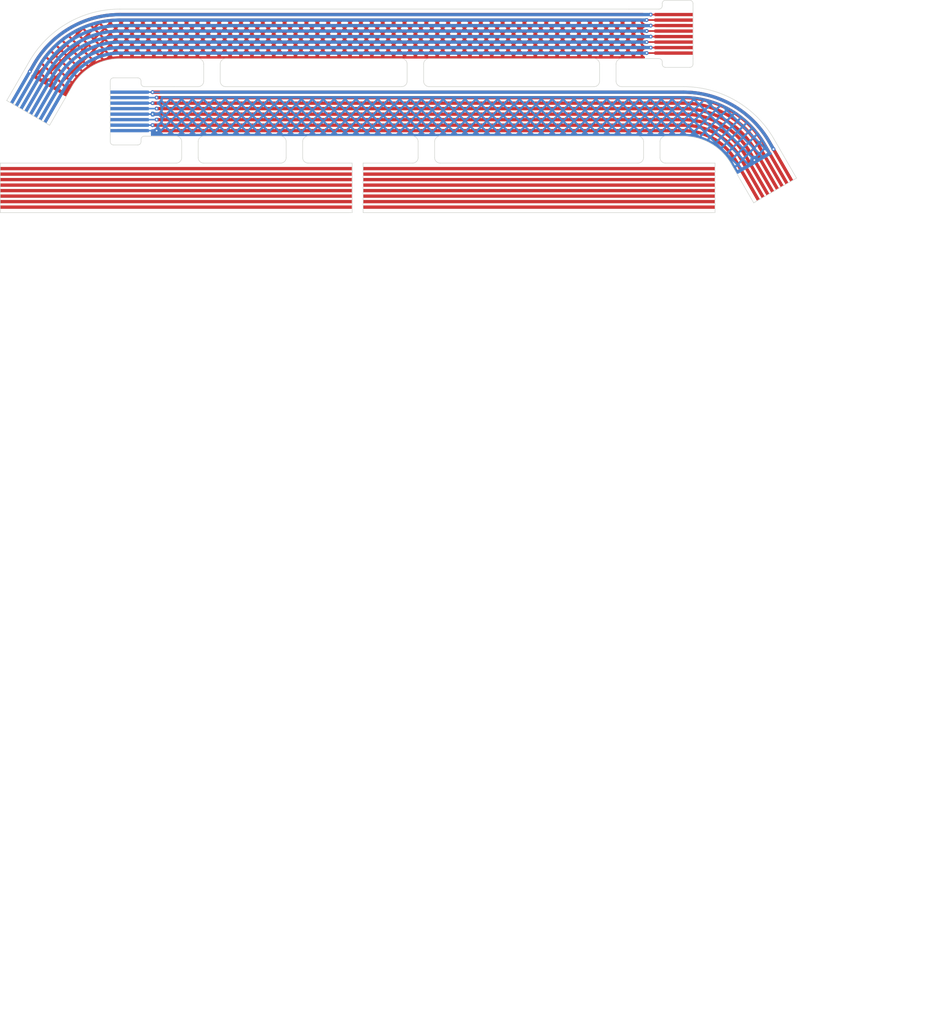
<source format=kicad_pcb>
(kicad_pcb (version 20241229) (generator "pcbnew") (generator_version "9.0")
  (layers (0 "F.Cu" signal) (2 "B.Cu" signal) (13 "F.Paste" user) (15 "B.Paste" user) (5 "F.SilkS" user "F.Silkscreen") (7 "B.SilkS" user "B.Silkscreen") (1 "F.Mask" user) (3 "B.Mask" user) (25 "Edge.Cuts" user))
  (net 0 "")
  (net 1 "GND")
  (net 2 "+5V")
  (net 3 "SWDIO")
  (net 4 "RST")
  (net 5 "SWCLK")
  (net 6 "RX")
  (net 7 "TX")
  (net 8 "+3V3")
  (gr_poly (pts (xy 147.128349 54.95) (xy 99.207497 54.951445) (xy 99.207497 54.651445) (xy 147.128349 54.65)) (fill yes) (layer "F.Cu") (net 4))
  (gr_poly (pts (xy 153.320431 56.725) (xy 155.377055 60.287178) (xy 155.117248 60.437178) (xy 153.060623 56.875) (xy 153.190527 56.8)) (fill yes) (layer "F.Cu") (net 1))
  (gr_poly (pts (xy 148 45.9) (xy 147.999999 45.6) (xy 144.49739 45.598493) (xy 144.49739 45.898493)) (fill yes) (layer "F.Cu") (net 6))
  (gr_rect (start 118 60.1) (end 150 60.4) (fill yes) (layer "F.Cu"))
  (gr_poly (pts (xy 147.999999 46.9) (xy 148 46.6) (xy 144.49739 46.598493) (xy 144.49739 46.898493)) (fill yes) (layer "F.Cu") (net 5))
  (gr_poly (pts (xy 153.493636 56.625) (xy 155.55026 60.187178) (xy 155.810068 60.037178) (xy 153.753444 56.475)) (fill yes) (layer "F.Cu") (net 6))
  (gr_rect (start 85 61.4) (end 117 61.1) (fill yes) (layer "F.Cu"))
  (gr_rect (start 118 61.6) (end 150 61.9) (fill yes) (layer "F.Cu"))
  (gr_poly (pts (xy 98.779568 51.45025) (xy 98.779568 51.15025) (xy 147.128349 51.15) (xy 147.12835 51.45)) (fill yes) (layer "F.Cu") (net 2))
  (gr_poly (pts (xy 147.999999 45.4) (xy 148 45.099999) (xy 144.49739 45.098493) (xy 144.49739 45.398494)) (fill yes) (layer "F.Cu") (net 7))
  (gr_rect (start 118 60.6) (end 150 60.9) (fill yes) (layer "F.Cu"))
  (gr_poly (pts (xy 99.229817 51.650106) (xy 99.229818 51.950106) (xy 147.128349 51.95) (xy 147.12835 51.65)) (fill yes) (layer "F.Cu") (net 8))
  (gr_rect (start 85 60.4) (end 117 60.1) (fill yes) (layer "F.Cu"))
  (gr_rect (start 85 58.4) (end 117 58.1) (fill yes) (layer "F.Cu"))
  (gr_poly (pts (xy 148 44.4) (xy 147.999999 44.1) (xy 144.49739 44.098494) (xy 144.49739 44.398493)) (fill yes) (layer "F.Cu") (net 2))
  (gr_poly (pts (xy 152.194598 57.375) (xy 154.251222 60.937178) (xy 154.51103 60.787178) (xy 152.454405 57.225) (xy 152.324502 57.3)) (fill yes) (layer "F.Cu") (net 3))
  (gr_rect (start 118 61.1) (end 150 61.4) (fill yes) (layer "F.Cu"))
  (gr_poly (pts (xy 88.207325 48.824999) (xy 87.800701 49.529293) (xy 87.540893 49.379293) (xy 87.947518 48.674999)) (fill yes) (layer "F.Cu") (net 2))
  (gr_arc (start 147.128349 52.3) (mid 151.128348 53.371797) (end 154.056552 56.3) (stroke (width 0.3)) (layer "F.Cu") (net 7))
  (gr_poly (pts (xy 143.458855 44.399339) (xy 143.524013 44.323506) (xy 143.521487 44.177798) (xy 143.458855 44.09934) (xy 95.87165 44.099999) (xy 95.87165 44.4)) (fill yes) (layer "F.Cu") (net 2))
  (gr_poly (pts (xy 154.792674 55.875) (xy 156.849299 59.437178) (xy 157.109106 59.287178) (xy 155.052482 55.725)) (fill yes) (layer "F.Cu") (net 2))
  (gr_arc (start 147.12835 53.3) (mid 150.628349 54.237823) (end 153.190527 56.8) (stroke (width 0.3)) (layer "F.Cu") (net 1))
  (gr_poly (pts (xy 147.128349 52.45) (xy 98.775238 52.45275) (xy 98.775237 52.15275) (xy 147.128349 52.15)) (fill yes) (layer "F.Cu") (net 7))
  (gr_poly (pts (xy 99.193837 52.647785) (xy 99.193837 52.947785) (xy 147.12835 52.95) (xy 147.128349 52.65)) (fill yes) (layer "F.Cu") (net 6))
  (gr_rect (start 118 59.6) (end 150 59.9) (fill yes) (layer "F.Cu"))
  (gr_rect (start 85 58.9) (end 117 58.6) (fill yes) (layer "F.Cu"))
  (gr_poly (pts (xy 144.497391 47.598492) (xy 144.49739 47.898493) (xy 148 47.9) (xy 148 47.6)) (fill yes) (layer "F.Cu") (net 4))
  (gr_rect (start 118 59.1) (end 150 59.4) (fill yes) (layer "F.Cu"))
  (gr_poly (pts (xy 152.021395 57.475003) (xy 154.078017 61.037178) (xy 153.81821 61.187178) (xy 151.761585 57.625) (xy 152.021393 57.475)) (fill yes) (layer "F.Cu") (net 4))
  (gr_arc (start 147.128349 51.8) (mid 151.378348 52.938785) (end 154.489565 56.05) (stroke (width 0.3)) (layer "F.Cu") (net 8))
  (gr_poly (pts (xy 147.128349 53.45) (xy 98.768408 53.45092) (xy 98.768407 53.150919) (xy 147.12835 53.15)) (fill yes) (layer "F.Cu") (net 1))
  (gr_rect (start 85 59.4) (end 117 59.1) (fill yes) (layer "F.Cu"))
  (gr_arc (start 147.128349 52.8) (mid 150.878349 53.80481) (end 153.62354 56.55) (stroke (width 0.3)) (layer "F.Cu") (net 6))
  (gr_rect (start 85 60.9) (end 117 60.6) (fill yes) (layer "F.Cu"))
  (gr_rect (start 85 59.9) (end 117 59.6) (fill yes) (layer "F.Cu"))
  (gr_rect (start 118 58.1) (end 150 58.4) (fill yes) (layer "F.Cu"))
  (gr_arc (start 147.12835 51.3) (mid 151.628349 52.505772) (end 154.922578 55.8) (stroke (width 0.3)) (layer "F.Cu") (net 2))
  (gr_poly (pts (xy 154.619469 55.975) (xy 154.359661 56.125) (xy 156.416286 59.687178) (xy 156.676093 59.537178)) (fill yes) (layer "F.Cu") (net 8))
  (gr_arc (start 88.077422 48.749999) (mid 91.371651 45.455771) (end 95.87165 44.249999) (stroke (width 0.3)) (layer "F.Cu") (net 2))
  (gr_poly (pts (xy 148 46.1) (xy 144.49739 46.098493) (xy 144.49739 46.398493) (xy 148 46.399999)) (fill yes) (layer "F.Cu") (net 1))
  (gr_rect (start 118 58.6) (end 150 58.9) (fill yes) (layer "F.Cu"))
  (gr_poly (pts (xy 144.49739 44.898493) (xy 147.999999 44.9) (xy 148 44.6) (xy 144.49739 44.598493)) (fill yes) (layer "F.Cu") (net 8))
  (gr_poly (pts (xy 154.944043 60.537178) (xy 152.887418 56.975) (xy 152.757514 57.05) (xy 152.627611 57.125) (xy 154.684235 60.687178)) (fill yes) (layer "F.Cu") (net 5))
  (gr_poly (pts (xy 144.49489 47.402823) (xy 148 47.4) (xy 147.999999 47.1) (xy 144.49489 47.102823)) (fill yes) (layer "F.Cu") (net 3))
  (gr_arc (start 147.128349 54.3) (mid 150.128348 55.103848) (end 152.324502 57.299999) (stroke (width 0.3)) (layer "F.Cu") (net 3))
  (gr_poly (pts (xy 147.128349 53.95) (xy 99.218658 53.950776) (xy 99.218657 53.650775) (xy 147.128349 53.65)) (fill yes) (layer "F.Cu") (net 5))
  (gr_arc (start 147.12835 54.8) (mid 149.87835 55.536862) (end 151.891491 57.550003) (stroke (width 0.3)) (layer "F.Cu") (net 4))
  (gr_rect (start 85 61.9) (end 117 61.6) (fill yes) (layer "F.Cu"))
  (gr_poly (pts (xy 147.128349 54.15) (xy 98.772738 54.14842) (xy 98.772738 54.448419) (xy 147.12835 54.45)) (fill yes) (layer "F.Cu") (net 3))
  (gr_arc (start 147.128349 53.8) (mid 150.378348 54.670835) (end 152.757514 57.05) (stroke (width 0.3)) (layer "F.Cu") (net 5))
  (gr_poly (pts (xy 154.186456 56.225) (xy 153.926649 56.375) (xy 155.983273 59.937178) (xy 156.243081 59.787178)) (fill yes) (layer "F.Cu") (net 7))
  (gr_poly (pts (xy 95 53.15) (xy 98.502609 53.148493) (xy 98.502609 53.448494) (xy 95 53.45)) (fill yes) (layer "B.Cu") (net 1))
  (gr_poly (pts (xy 143.770183 44.600105) (xy 143.770182 44.900105) (xy 95.87165 44.899999) (xy 95.87165 44.6)) (fill yes) (layer "B.Cu") (net 8))
  (gr_poly (pts (xy 95.87165 45.399999) (xy 144.224762 45.40275) (xy 144.224763 45.10275) (xy 95.87165 45.099999)) (fill yes) (layer "B.Cu") (net 7))
  (gr_poly (pts (xy 99.541145 51.449339) (xy 99.475987 51.373507) (xy 99.478513 51.227798) (xy 99.541145 51.14934) (xy 147.128349 51.15) (xy 147.12835 51.45)) (fill yes) (layer "B.Cu") (net 2))
  (gr_poly (pts (xy 95 53.950001) (xy 95 53.65) (xy 98.502609 53.648494) (xy 98.50261 53.948494)) (fill yes) (layer "B.Cu") (net 5))
  (gr_poly (pts (xy 88.380531 48.925) (xy 88.640338 49.074999) (xy 86.583714 52.637178) (xy 86.323906 52.487177)) (fill yes) (layer "B.Cu") (net 8))
  (gr_arc (start 88.943447 49.249999) (mid 91.87165 46.321796) (end 95.87165 45.249999) (stroke (width 0.3)) (layer "B.Cu") (net 7))
  (gr_poly (pts (xy 95.87165 46.399999) (xy 144.231592 46.400919) (xy 144.231592 46.100918) (xy 95.87165 46.099999)) (fill yes) (layer "B.Cu") (net 1))
  (gr_arc (start 89.37646 49.499999) (mid 92.121651 46.754809) (end 95.87165 45.749999) (stroke (width 0.3)) (layer "B.Cu") (net 6))
  (gr_poly (pts (xy 95 51.45) (xy 95 51.150001) (xy 98.50261 51.148494) (xy 98.502609 51.448494)) (fill yes) (layer "B.Cu") (net 2))
  (gr_poly (pts (xy 88.813543 49.174999) (xy 89.073351 49.324999) (xy 87.016726 52.887177) (xy 86.756919 52.737177)) (fill yes) (layer "B.Cu") (net 7))
  (gr_poly (pts (xy 95.87165 46.899999) (xy 143.781342 46.900775) (xy 143.781342 46.600775) (xy 95.87165 46.599999)) (fill yes) (layer "B.Cu") (net 5))
  (gr_poly (pts (xy 144.220432 44.400249) (xy 144.220431 44.100249) (xy 95.87165 44.099999) (xy 95.87165 44.4)) (fill yes) (layer "B.Cu") (net 2))
  (gr_arc (start 90.242485 49.999999) (mid 92.62165 47.620834) (end 95.87165 46.749999) (stroke (width 0.3)) (layer "B.Cu") (net 5))
  (gr_poly (pts (xy 95 52.95) (xy 95 52.650001) (xy 98.50261 52.648494) (xy 98.502609 52.948494)) (fill yes) (layer "B.Cu") (net 6))
  (gr_arc (start 88.510434 48.999999) (mid 91.62165 45.888783) (end 95.87165 44.749999) (stroke (width 0.3)) (layer "B.Cu") (net 8))
  (gr_poly (pts (xy 90.978605 50.425003) (xy 88.921982 53.987177) (xy 89.18179 54.137177) (xy 91.238414 50.574999) (xy 90.978607 50.424999)) (fill yes) (layer "B.Cu") (net 4))
  (gr_poly (pts (xy 98.502609 51.948494) (xy 95 51.95) (xy 95 51.65) (xy 98.502609 51.648494)) (fill yes) (layer "B.Cu") (net 8))
  (gr_arc (start 89.809472 49.749999) (mid 92.37165 47.187821) (end 95.87165 46.25) (stroke (width 0.3)) (layer "B.Cu") (net 1))
  (gr_poly (pts (xy 154.792674 55.875) (xy 155.199299 56.579294) (xy 155.459106 56.429294) (xy 155.052482 55.725)) (fill yes) (layer "B.Cu") (net 2))
  (gr_poly (pts (xy 143.806163 45.597784) (xy 143.806163 45.897785) (xy 95.87165 45.9) (xy 95.87165 45.599999)) (fill yes) (layer "B.Cu") (net 6))
  (gr_poly (pts (xy 89.679569 49.674999) (xy 87.622944 53.237177) (xy 87.882752 53.387177) (xy 89.939376 49.824999) (xy 89.809472 49.749999)) (fill yes) (layer "B.Cu") (net 1))
  (gr_poly (pts (xy 88.055957 53.487177) (xy 90.112581 49.924999) (xy 90.242485 49.999999) (xy 90.372389 50.074999) (xy 88.315764 53.637177)) (fill yes) (layer "B.Cu") (net 5))
  (gr_arc (start 88.077422 48.749999) (mid 91.371651 45.455771) (end 95.87165 44.249999) (stroke (width 0.3)) (layer "B.Cu") (net 2))
  (gr_poly (pts (xy 98.505109 54.452824) (xy 95 54.45) (xy 95 54.15) (xy 98.50511 54.152824)) (fill yes) (layer "B.Cu") (net 3))
  (gr_poly (pts (xy 98.502609 54.648493) (xy 98.502609 54.948494) (xy 95 54.95) (xy 95 54.65)) (fill yes) (layer "B.Cu") (net 4))
  (gr_poly (pts (xy 88.207325 48.824999) (xy 86.150701 52.387177) (xy 85.890893 52.237177) (xy 87.947518 48.674999)) (fill yes) (layer "B.Cu") (net 2))
  (gr_poly (pts (xy 89.506364 49.575) (xy 87.449739 53.137177) (xy 87.189931 52.987177) (xy 89.246556 49.424999)) (fill yes) (layer "B.Cu") (net 6))
  (gr_poly (pts (xy 95 52.450001) (xy 95 52.15) (xy 98.502609 52.148494) (xy 98.50261 52.448494)) (fill yes) (layer "B.Cu") (net 7))
  (gr_arc (start 91.108509 50.500003) (mid 93.121649 48.486862) (end 95.87165 47.75) (stroke (width 0.3)) (layer "B.Cu") (net 4))
  (gr_poly (pts (xy 95.87165 47.899999) (xy 143.792502 47.901444) (xy 143.792502 47.601444) (xy 95.87165 47.599999)) (fill yes) (layer "B.Cu") (net 4))
  (gr_arc (start 90.675497 50.249998) (mid 92.87165 48.053847) (end 95.87165 47.249999) (stroke (width 0.3)) (layer "B.Cu") (net 3))
  (gr_poly (pts (xy 95.87165 47.099999) (xy 144.227262 47.09842) (xy 144.227262 47.398419) (xy 95.87165 47.399999)) (fill yes) (layer "B.Cu") (net 3))
  (gr_arc (start 147.12835 51.3) (mid 151.628349 52.505772) (end 154.922578 55.8) (stroke (width 0.3)) (layer "B.Cu") (net 2))
  (gr_poly (pts (xy 90.805402 50.324999) (xy 88.748777 53.887177) (xy 88.48897 53.737178) (xy 90.545594 50.174999) (xy 90.675498 50.249999)) (fill yes) (layer "B.Cu") (net 3))
  (gr_line (start 143 57.75) (end 125 57.75) (stroke (width 0.05)) (layer "Edge.Cuts"))
  (gr_arc (start 145.5 57.75) (mid 145.146447 57.603553) (end 145 57.25) (stroke (width 0.05)) (layer "Edge.Cuts"))
  (gr_line (start 123.5 50.3) (end 123.5 48.75) (stroke (width 0.05)) (layer "Edge.Cuts"))
  (gr_line (start 101 57.75) (end 85 57.75) (stroke (width 0.05)) (layer "Edge.Cuts"))
  (gr_arc (start 139 48.25) (mid 139.353553 48.396447) (end 139.5 48.75) (stroke (width 0.05)) (layer "Edge.Cuts"))
  (gr_arc (start 97.5 50) (mid 97.712132 50.087868) (end 97.800001 50.3) (stroke (width 0.05)) (layer "Edge.Cuts"))
  (gr_line (start 139 48.25) (end 124 48.25) (stroke (width 0.05)) (layer "Edge.Cuts"))
  (gr_line (start 150 62.25) (end 150 60) (stroke (width 0.05)) (layer "Edge.Cuts"))
  (gr_arc (start 121.5 48.25) (mid 121.853553 48.396447) (end 122 48.75) (stroke (width 0.05)) (layer "Edge.Cuts"))
  (gr_arc (start 143 55.3) (mid 143.353553 55.446447) (end 143.5 55.8) (stroke (width 0.05)) (layer "Edge.Cuts"))
  (gr_line (start 139.5 50.3) (end 139.5 48.75) (stroke (width 0.05)) (layer "Edge.Cuts"))
  (gr_arc (start 145.499999 49.049999) (mid 145.287867 48.962131) (end 145.199999 48.749998) (stroke (width 0.05)) (layer "Edge.Cuts"))
  (gr_line (start 125 55.3) (end 143 55.3) (stroke (width 0.05)) (layer "Edge.Cuts"))
  (gr_arc (start 112.5 55.8) (mid 112.646447 55.446447) (end 113 55.3) (stroke (width 0.05)) (layer "Edge.Cuts"))
  (gr_line (start 145.5 55.3) (end 147.128348 55.3) (stroke (width 0.05)) (layer "Edge.Cuts"))
  (gr_line (start 95.871651 43.75) (end 142.178225 43.75) (stroke (width 0.05)) (layer "Edge.Cuts"))
  (gr_arc (start 105.5 50.8) (mid 105.146447 50.653553) (end 105 50.3) (stroke (width 0.05)) (layer "Edge.Cuts"))
  (gr_line (start 98.099999 50.8) (end 100.821775 50.8) (stroke (width 0.05)) (layer "Edge.Cuts"))
  (gr_line (start 139 50.8) (end 124 50.8) (stroke (width 0.05)) (layer "Edge.Cuts"))
  (gr_line (start 95.300002 50) (end 97.5 50) (stroke (width 0.05)) (layer "Edge.Cuts"))
  (gr_arc (start 145 55.8) (mid 145.146447 55.446447) (end 145.5 55.3) (stroke (width 0.05)) (layer "Edge.Cuts"))
  (gr_arc (start 105 48.75) (mid 105.146447 48.396447) (end 105.5 48.25) (stroke (width 0.05)) (layer "Edge.Cuts"))
  (gr_line (start 112.5 57.25) (end 112.5 55.8) (stroke (width 0.05)) (layer "Edge.Cuts"))
  (gr_line (start 100.821775 55.3) (end 98.099999 55.300001) (stroke (width 0.05)) (layer "Edge.Cuts"))
  (gr_arc (start 95.299999 56.099999) (mid 95.087868 56.012132) (end 95 55.800001) (stroke (width 0.05)) (layer "Edge.Cuts"))
  (gr_line (start 141 50.3) (end 141 48.75) (stroke (width 0.05)) (layer "Edge.Cuts"))
  (gr_line (start 110.5 57.75) (end 103.5 57.75) (stroke (width 0.05)) (layer "Edge.Cuts"))
  (gr_line (start 111 57.25) (end 111 55.8) (stroke (width 0.05)) (layer "Edge.Cuts"))
  (gr_line (start 147.128348 50.8) (end 141.5 50.8) (stroke (width 0.05)) (layer "Edge.Cuts"))
  (gr_line (start 95.299999 56.099999) (end 97.5 56.1) (stroke (width 0.05)) (layer "Edge.Cuts"))
  (gr_arc (start 101 55.3) (mid 101.353553 55.446447) (end 101.5 55.8) (stroke (width 0.05)) (layer "Edge.Cuts"))
  (gr_line (start 85.587784 52.062177) (end 87.644409 48.499999) (stroke (width 0.05)) (layer "Edge.Cuts"))
  (gr_arc (start 122.5 55.3) (mid 122.853553 55.446447) (end 123 55.8) (stroke (width 0.05)) (layer "Edge.Cuts"))
  (gr_arc (start 103 48.25) (mid 103.353553 48.396447) (end 103.5 48.75) (stroke (width 0.05)) (layer "Edge.Cuts"))
  (gr_line (start 148 48.249999) (end 147.999999 48.75) (stroke (width 0.05)) (layer "Edge.Cuts"))
  (gr_line (start 142.178225 48.25) (end 141.5 48.25) (stroke (width 0.05)) (layer "Edge.Cuts"))
  (gr_line (start 124.5 57.25) (end 124.5 55.8) (stroke (width 0.05)) (layer "Edge.Cuts"))
  (gr_line (start 157.412215 59.112178) (end 155.355591 55.55) (stroke (width 0.05)) (layer "Edge.Cuts"))
  (gr_arc (start 147.999999 48.75) (mid 147.912132 48.962132) (end 147.7 49.049999) (stroke (width 0.05)) (layer "Edge.Cuts"))
  (gr_arc (start 145.199999 43.25) (mid 145.287867 43.037867) (end 145.499999 42.949999) (stroke (width 0.05)) (layer "Edge.Cuts"))
  (gr_arc (start 91.541523 50.749999) (mid 93.371651 48.919872) (end 95.871651 48.249999) (stroke (width 0.05)) (layer "Edge.Cuts"))
  (gr_arc (start 87.644409 48.499999) (mid 91.121651 45.022758) (end 95.871651 43.75) (stroke (width 0.05)) (layer "Edge.Cuts"))
  (gr_arc (start 103.5 50.3) (mid 103.353553 50.653553) (end 103 50.8) (stroke (width 0.05)) (layer "Edge.Cuts"))
  (gr_arc (start 110.5 55.3) (mid 110.853553 55.446447) (end 111 55.8) (stroke (width 0.05)) (layer "Edge.Cuts"))
  (gr_line (start 91.541523 50.749999) (end 89.484899 54.312177) (stroke (width 0.05)) (layer "Edge.Cuts"))
  (gr_line (start 144.9 43.749999) (end 142.178225 43.75) (stroke (width 0.05)) (layer "Edge.Cuts"))
  (gr_arc (start 147.128348 55.3) (mid 149.628348 55.969873) (end 151.458476 57.8) (stroke (width 0.05)) (layer "Edge.Cuts"))
  (gr_line (start 105 50.3) (end 105 48.75) (stroke (width 0.05)) (layer "Edge.Cuts"))
  (gr_line (start 147.999999 43.75) (end 148 43.249999) (stroke (width 0.05)) (layer "Edge.Cuts"))
  (gr_line (start 118 62.25) (end 150 62.25) (stroke (width 0.05)) (layer "Edge.Cuts"))
  (gr_line (start 147.699998 42.949999) (end 145.499999 42.949999) (stroke (width 0.05)) (layer "Edge.Cuts"))
  (gr_arc (start 145.199999 43.45) (mid 145.112131 43.662131) (end 144.9 43.749999) (stroke (width 0.05)) (layer "Edge.Cuts"))
  (gr_line (start 147.7 49.049999) (end 145.499999 49.049999) (stroke (width 0.05)) (layer "Edge.Cuts"))
  (gr_line (start 123 57.25) (end 123 55.8) (stroke (width 0.05)) (layer "Edge.Cuts"))
  (gr_line (start 145.199999 48.749998) (end 145.199998 48.549998) (stroke (width 0.05)) (layer "Edge.Cuts"))
  (gr_arc (start 147.699998 42.949999) (mid 147.912132 43.037866) (end 148 43.249999) (stroke (width 0.05)) (layer "Edge.Cuts"))
  (gr_arc (start 141 48.75) (mid 141.146447 48.396447) (end 141.5 48.25) (stroke (width 0.05)) (layer "Edge.Cuts"))
  (gr_line (start 103.5 50.3) (end 103.5 48.75) (stroke (width 0.05)) (layer "Edge.Cuts"))
  (gr_line (start 143.5 57.25) (end 143.5 55.8) (stroke (width 0.05)) (layer "Edge.Cuts"))
  (gr_line (start 150 57.75) (end 145.5 57.75) (stroke (width 0.05)) (layer "Edge.Cuts"))
  (gr_line (start 113 55.3) (end 122.5 55.3) (stroke (width 0.05)) (layer "Edge.Cuts"))
  (gr_line (start 153.515101 61.362178) (end 157.412215 59.112178) (stroke (width 0.05)) (layer "Edge.Cuts"))
  (gr_line (start 117 62.25) (end 117 60) (stroke (width 0.05)) (layer "Edge.Cuts"))
  (gr_line (start 103 50.8) (end 100.821775 50.8) (stroke (width 0.05)) (layer "Edge.Cuts"))
  (gr_line (start 103.5 55.3) (end 110.5 55.3) (stroke (width 0.05)) (layer "Edge.Cuts"))
  (gr_line (start 85 62.25) (end 117 62.25) (stroke (width 0.05)) (layer "Edge.Cuts"))
  (gr_arc (start 97.800001 55.599999) (mid 97.887868 55.387868) (end 98.099999 55.300001) (stroke (width 0.05)) (layer "Edge.Cuts"))
  (gr_line (start 103 57.25) (end 103 55.8) (stroke (width 0.05)) (layer "Edge.Cuts"))
  (gr_line (start 117 60) (end 117 57.75) (stroke (width 0.05)) (layer "Edge.Cuts"))
  (gr_arc (start 124.5 55.8) (mid 124.646447 55.446447) (end 125 55.3) (stroke (width 0.05)) (layer "Edge.Cuts"))
  (gr_line (start 95 50.800001) (end 95 50.299999) (stroke (width 0.05)) (layer "Edge.Cuts"))
  (gr_line (start 117 57.75) (end 113 57.75) (stroke (width 0.05)) (layer "Edge.Cuts"))
  (gr_line (start 122.5 57.75) (end 118 57.75) (stroke (width 0.05)) (layer "Edge.Cuts"))
  (gr_line (start 121.5 48.25) (end 105.5 48.25) (stroke (width 0.05)) (layer "Edge.Cuts"))
  (gr_line (start 150 60) (end 150 57.75) (stroke (width 0.05)) (layer "Edge.Cuts"))
  (gr_line (start 89.484899 54.312177) (end 85.587784 52.062177) (stroke (width 0.05)) (layer "Edge.Cuts"))
  (gr_arc (start 103 55.8) (mid 103.146447 55.446447) (end 103.5 55.3) (stroke (width 0.05)) (layer "Edge.Cuts"))
  (gr_line (start 97.8 55.799999) (end 97.800001 55.599999) (stroke (width 0.05)) (layer "Edge.Cuts"))
  (gr_line (start 95 50.800001) (end 95 55.3) (stroke (width 0.05)) (layer "Edge.Cuts"))
  (gr_arc (start 95 50.299999) (mid 95.087869 50.087867) (end 95.300002 50) (stroke (width 0.05)) (layer "Edge.Cuts"))
  (gr_line (start 97.800001 50.3) (end 97.8 50.500001) (stroke (width 0.05)) (layer "Edge.Cuts"))
  (gr_line (start 103 48.25) (end 95.871651 48.249999) (stroke (width 0.05)) (layer "Edge.Cuts"))
  (gr_line (start 95 55.3) (end 95 55.800001) (stroke (width 0.05)) (layer "Edge.Cuts"))
  (gr_arc (start 125 57.75) (mid 124.646447 57.603553) (end 124.5 57.25) (stroke (width 0.05)) (layer "Edge.Cuts"))
  (gr_line (start 121.5 50.8) (end 105.5 50.8) (stroke (width 0.05)) (layer "Edge.Cuts"))
  (gr_arc (start 122 50.3) (mid 121.853553 50.653553) (end 121.5 50.8) (stroke (width 0.05)) (layer "Edge.Cuts"))
  (gr_arc (start 123 57.25) (mid 122.853553 57.603553) (end 122.5 57.75) (stroke (width 0.05)) (layer "Edge.Cuts"))
  (gr_line (start 145.199999 43.25) (end 145.199999 43.45) (stroke (width 0.05)) (layer "Edge.Cuts"))
  (gr_line (start 118 57.75) (end 118 62.25) (stroke (width 0.05)) (layer "Edge.Cuts"))
  (gr_line (start 151.458476 57.8) (end 153.515101 61.362178) (stroke (width 0.05)) (layer "Edge.Cuts"))
  (gr_arc (start 113 57.75) (mid 112.646447 57.603553) (end 112.5 57.25) (stroke (width 0.05)) (layer "Edge.Cuts"))
  (gr_arc (start 97.8 55.799999) (mid 97.712132 56.012131) (end 97.5 56.1) (stroke (width 0.05)) (layer "Edge.Cuts"))
  (gr_line (start 100.821775 55.3) (end 101 55.3) (stroke (width 0.05)) (layer "Edge.Cuts"))
  (gr_arc (start 139.5 50.3) (mid 139.353553 50.653553) (end 139 50.8) (stroke (width 0.05)) (layer "Edge.Cuts"))
  (gr_arc (start 141.5 50.8) (mid 141.146447 50.653553) (end 141 50.3) (stroke (width 0.05)) (layer "Edge.Cuts"))
  (gr_arc (start 147.128348 50.8) (mid 151.878348 52.072759) (end 155.355591 55.55) (stroke (width 0.05)) (layer "Edge.Cuts"))
  (gr_line (start 145 57.25) (end 145 55.8) (stroke (width 0.05)) (layer "Edge.Cuts"))
  (gr_arc (start 143.5 57.25) (mid 143.353553 57.603553) (end 143 57.75) (stroke (width 0.05)) (layer "Edge.Cuts"))
  (gr_line (start 101.5 57.25) (end 101.5 55.8) (stroke (width 0.05)) (layer "Edge.Cuts"))
  (gr_arc (start 98.099999 50.8) (mid 97.887868 50.712132) (end 97.8 50.500001) (stroke (width 0.05)) (layer "Edge.Cuts"))
  (gr_arc (start 123.5 48.75) (mid 123.646447 48.396447) (end 124 48.25) (stroke (width 0.05)) (layer "Edge.Cuts"))
  (gr_line (start 122 50.3) (end 122 48.75) (stroke (width 0.05)) (layer "Edge.Cuts"))
  (gr_arc (start 124 50.8) (mid 123.646447 50.653553) (end 123.5 50.3) (stroke (width 0.05)) (layer "Edge.Cuts"))
  (gr_line (start 142.178225 48.25) (end 144.9 48.25) (stroke (width 0.05)) (layer "Edge.Cuts"))
  (gr_arc (start 103.5 57.75) (mid 103.146447 57.603553) (end 103 57.25) (stroke (width 0.05)) (layer "Edge.Cuts"))
  (gr_arc (start 101.5 57.25) (mid 101.353553 57.603553) (end 101 57.75) (stroke (width 0.05)) (layer "Edge.Cuts"))
  (gr_line (start 85 57.75) (end 85 62.25) (stroke (width 0.05)) (layer "Edge.Cuts"))
  (gr_arc (start 111 57.25) (mid 110.853553 57.603553) (end 110.5 57.75) (stroke (width 0.05)) (layer "Edge.Cuts"))
  (gr_arc (start 144.9 48.25) (mid 145.112131 48.337867) (end 145.199998 48.549998) (stroke (width 0.05)) (layer "Edge.Cuts"))
  (gr_line (start 147.999999 43.75) (end 148 48.249999) (stroke (width 0.05)) (layer "Edge.Cuts"))
  (segment (start 144.149959 46.249515) (end 146.248695 46.249246) (width 0.15) (layer "F.Cu") (net 1))
  (via (at 153.582152 57.478313) (size 0.35) (drill 0.15) (layers "F.Cu" "B.Cu") (net 1))
  (via (at 98.85004 53.299516) (size 0.35) (drill 0.15) (layers "F.Cu" "B.Cu") (net 1))
  (via (at 89.417848 50.428312) (size 0.35) (drill 0.15) (layers "F.Cu" "B.Cu") (net 1))
  (via (at 144.149959 46.249515) (size 0.35) (drill 0.15) (layers "F.Cu" "B.Cu") (net 1))
  (segment (start 98.85004 53.299516) (end 96.751305 53.299247) (width 0.15) (layer "B.Cu") (net 1))
  (segment (start 144.148934 44.251292) (end 146.248694 44.249247) (width 0.15) (layer "F.Cu") (net 2))
  (segment (start 144.148934 44.251292) (end 119.665252 44.249669) (width 0.15) (layer "F.Cu") (net 2))
  (via (at 98.851066 51.301292) (size 0.35) (drill 0.15) (layers "F.Cu" "B.Cu") (net 2))
  (via (at 87.685797 49.428312) (size 0.35) (drill 0.15) (layers "F.Cu" "B.Cu") (net 2))
  (via (at 144.148934 44.251292) (size 0.35) (drill 0.15) (layers "F.Cu" "B.Cu") (net 2))
  (via (at 155.314202 56.478313) (size 0.35) (drill 0.15) (layers "F.Cu" "B.Cu") (net 2))
  (segment (start 98.851066 51.301292) (end 96.751305 51.299248) (width 0.15) (layer "B.Cu") (net 2))
  (segment (start 98.851066 51.301292) (end 123.334747 51.29967) (width 0.15) (layer "B.Cu") (net 2))
  (segment (start 144.150472 47.248628) (end 146.247444 47.251412) (width 0.15) (layer "F.Cu") (net 3))
  (via (at 98.849528 54.298628) (size 0.35) (drill 0.15) (layers "F.Cu" "B.Cu") (net 3))
  (via (at 144.150472 47.248628) (size 0.35) (drill 0.15) (layers "F.Cu" "B.Cu") (net 3))
  (segment (start 98.849528 54.298628) (end 96.752555 54.301412) (width 0.15) (layer "B.Cu") (net 3))
  (segment (start 143.78235 47.746233) (end 146.248695 47.749246) (width 0.15) (layer "F.Cu") (net 4))
  (via (at 143.78235 47.746233) (size 0.35) (drill 0.15) (layers "F.Cu" "B.Cu") (net 4))
  (via (at 99.21765 54.796234) (size 0.35) (drill 0.15) (layers "F.Cu" "B.Cu") (net 4))
  (segment (start 99.21765 54.796234) (end 96.751305 54.799247) (width 0.15) (layer "B.Cu") (net 4))
  (segment (start 143.781837 46.747121) (end 146.248695 46.749247) (width 0.15) (layer "F.Cu") (net 5))
  (via (at 99.218162 53.797122) (size 0.35) (drill 0.15) (layers "F.Cu" "B.Cu") (net 5))
  (via (at 143.781837 46.747121) (size 0.35) (drill 0.15) (layers "F.Cu" "B.Cu") (net 5))
  (segment (start 99.218162 53.797122) (end 96.751305 53.799247) (width 0.15) (layer "B.Cu") (net 5))
  (segment (start 143.783824 45.74368) (end 146.248694 45.749248) (width 0.15) (layer "F.Cu") (net 6))
  (via (at 143.783824 45.74368) (size 0.35) (drill 0.15) (layers "F.Cu" "B.Cu") (net 6))
  (via (at 99.216175 52.79368) (size 0.35) (drill 0.15) (layers "F.Cu" "B.Cu") (net 6))
  (segment (start 99.216175 52.79368) (end 96.751305 52.799247) (width 0.15) (layer "B.Cu") (net 6))
  (segment (start 144.149446 45.250403) (end 146.248695 45.249247) (width 0.15) (layer "F.Cu") (net 7))
  (via (at 144.149446 45.250403) (size 0.35) (drill 0.15) (layers "F.Cu" "B.Cu") (net 7))
  (via (at 98.850553 52.300404) (size 0.35) (drill 0.15) (layers "F.Cu" "B.Cu") (net 7))
  (segment (start 98.850553 52.300404) (end 96.751305 52.299247) (width 0.15) (layer "B.Cu") (net 7))
  (segment (start 143.783312 44.744567) (end 146.248695 44.749247) (width 0.15) (layer "F.Cu") (net 8))
  (via (at 143.783312 44.744567) (size 0.35) (drill 0.15) (layers "F.Cu" "B.Cu") (net 8))
  (via (at 99.216688 51.794568) (size 0.35) (drill 0.15) (layers "F.Cu" "B.Cu") (net 8))
  (segment (start 99.216688 51.794568) (end 96.751305 51.799247) (width 0.15) (layer "B.Cu") (net 8))
  (zone (net 1) (net_name "GND") (layer "F.Cu") (connect_pads (clearance 0.2)) (min_thickness 0.2) (fill yes (mode hatch) (thermal_gap 0.5) (thermal_bridge_width 0.5) (hatch_thickness 0.2) (hatch_gap 0.5) (hatch_orientation 45) (hatch_border_algorithm hatch_thickness) (hatch_min_hole_area 0.3))
    (polygon (pts (xy 92.395351 43.181125) (xy 85.793076 48.716601) (xy 91.075831 51.766601) (xy 95.069581 48.749224) (xy 144 49.1) (xy 144 44.6) (xy 141.285319 43.331218)))
  )
  (zone (net 0) (net_name "") (layers "F.Cu" "B.Cu") (connect_pads (clearance 0)) (min_thickness 0.2)
    (keepout (tracks allowed) (vias allowed) (pads allowed) (copperpour not_allowed) (footprints allowed))
    (fill (mode hatch) (thermal_gap 0.5) (thermal_bridge_width 0.5) (hatch_thickness 0.2) (hatch_gap 0.5) (hatch_orientation 45) (hatch_border_algorithm hatch_thickness) (hatch_min_hole_area 0.3))
    (polygon (pts (xy 124 48.25) (xy 121.5 48.25) (xy 121.5 50.8) (xy 124 50.8)))
  )
  (zone (net 0) (net_name "") (layers "F.Cu" "B.Cu") (connect_pads (clearance 0)) (min_thickness 0.2)
    (keepout (tracks allowed) (vias allowed) (pads allowed) (copperpour not_allowed) (footprints allowed))
    (fill (mode hatch) (thermal_gap 0.5) (thermal_bridge_width 0.5) (hatch_thickness 0.2) (hatch_gap 0.5) (hatch_orientation 45) (hatch_border_algorithm hatch_thickness) (hatch_min_hole_area 0.3))
    (polygon (pts (xy 105.5 48.25) (xy 103 48.25) (xy 103 50.8) (xy 105.5 50.8)))
  )
  (zone (net 0) (net_name "") (layers "F.Cu" "B.Cu") (connect_pads (clearance 0)) (min_thickness 0.2)
    (keepout (tracks allowed) (vias allowed) (pads allowed) (copperpour not_allowed) (footprints allowed))
    (fill (mode hatch) (thermal_gap 0.5) (thermal_bridge_width 0.5) (hatch_thickness 0.2) (hatch_gap 0.5) (hatch_orientation 45) (hatch_border_algorithm hatch_thickness) (hatch_min_hole_area 0.3))
    (polygon (pts (xy 145.5 55.3) (xy 143 55.3) (xy 143 56.15) (xy 145.5 56.15)))
  )
  (zone (net 0) (net_name "") (layers "F.Cu" "B.Cu") (connect_pads (clearance 0)) (min_thickness 0.2)
    (keepout (tracks allowed) (vias allowed) (pads allowed) (copperpour not_allowed) (footprints allowed))
    (fill (mode hatch) (thermal_gap 0.5) (thermal_bridge_width 0.5) (hatch_thickness 0.2) (hatch_gap 0.5) (hatch_orientation 45) (hatch_border_algorithm hatch_thickness) (hatch_min_hole_area 0.3))
    (polygon (pts (xy 113 55.3) (xy 110.5 55.3) (xy 110.5 56.15) (xy 113 56.15)))
  )
  (zone (net 0) (net_name "") (layers "F.Cu" "B.Cu") (connect_pads (clearance 0)) (min_thickness 0.2)
    (keepout (tracks allowed) (vias allowed) (pads allowed) (copperpour not_allowed) (footprints allowed))
    (fill (mode hatch) (thermal_gap 0.5) (thermal_bridge_width 0.5) (hatch_thickness 0.2) (hatch_gap 0.5) (hatch_orientation 45) (hatch_border_algorithm hatch_thickness) (hatch_min_hole_area 0.3))
    (polygon (pts (xy 125 55.3) (xy 122.5 55.3) (xy 122.5 56.15) (xy 125 56.15)))
  )
  (zone (net 0) (net_name "") (layers "F.Cu" "B.Cu") (connect_pads (clearance 0)) (min_thickness 0.2)
    (keepout (tracks allowed) (vias allowed) (pads allowed) (copperpour not_allowed) (footprints allowed))
    (fill (mode hatch) (thermal_gap 0.5) (thermal_bridge_width 0.5) (hatch_thickness 0.2) (hatch_gap 0.5) (hatch_orientation 45) (hatch_border_algorithm hatch_thickness) (hatch_min_hole_area 0.3))
    (polygon (pts (xy 103.5 55.3) (xy 101 55.3) (xy 101 56.15) (xy 103.5 56.15)))
  )
  (zone (net 0) (net_name "") (layers "F.Cu" "B.Cu") (connect_pads (clearance 0)) (min_thickness 0.2)
    (keepout (tracks allowed) (vias allowed) (pads allowed) (copperpour not_allowed) (footprints allowed))
    (fill (mode hatch) (thermal_gap 0.5) (thermal_bridge_width 0.5) (hatch_thickness 0.2) (hatch_gap 0.5) (hatch_orientation 45) (hatch_border_algorithm hatch_thickness) (hatch_min_hole_area 0.3))
    (polygon (pts (xy 141.5 48.25) (xy 139 48.25) (xy 139 50.8) (xy 141.5 50.8)))
  )
  (zone (net 1) (net_name "GND") (layer "B.Cu") (connect_pads (clearance 0.2)) (min_thickness 0.2) (fill yes (mode hatch) (thermal_gap 0.5) (thermal_bridge_width 0.5) (hatch_thickness 0.2) (hatch_gap 0.5) (hatch_orientation 45) (hatch_border_algorithm hatch_thickness) (hatch_min_hole_area 0.3))
    (polygon (pts (xy 150.604648 50.231126) (xy 157.206923 55.766602) (xy 151.924168 58.816602) (xy 147.930419 55.799224) (xy 98.7 56.1) (xy 98.7 50.9)))
  )
)
</source>
